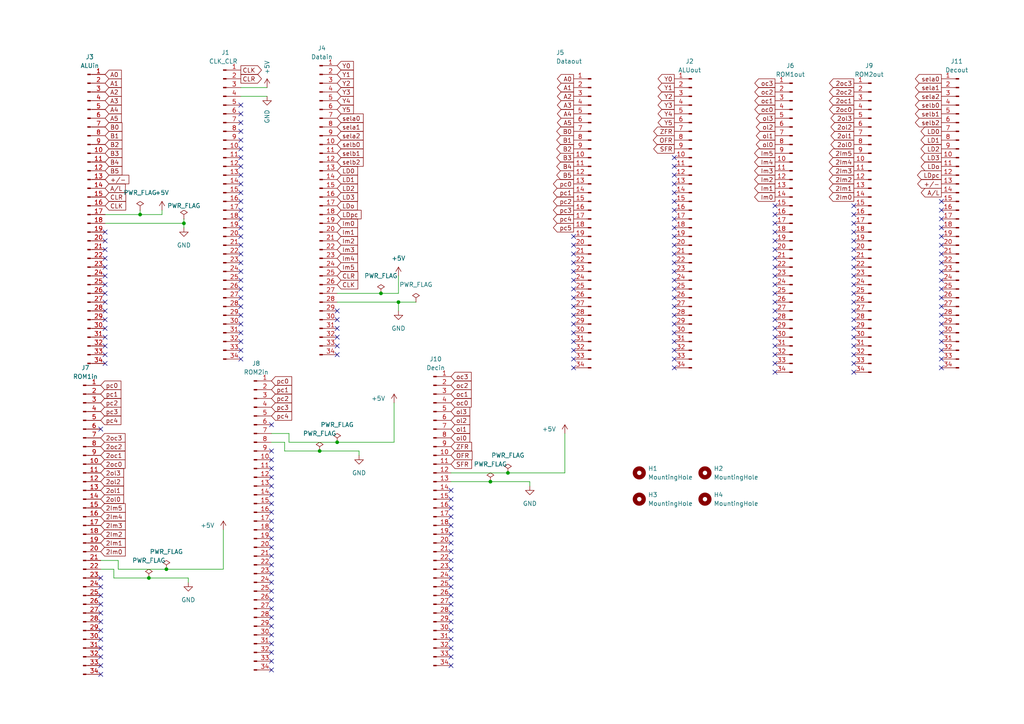
<source format=kicad_sch>
(kicad_sch (version 20230121) (generator eeschema)
  (paper "A4")
  (lib_symbols
    (symbol "Connector:Conn_01x34_Pin" (pin_names (offset 1.016) hide)
      (property "Reference" "J" (at 0 43.18 0))
      (property "Value" "Conn_01x34_Pin" (at 0 -45.72 0))
      (symbol "Conn_01x34_Pin_1_1"
        (polyline (pts (xy 1.27 -43.18) (xy 0.8636 -43.18)) (stroke (width 0.1524)))
        (polyline (pts (xy 1.27 -40.64) (xy 0.8636 -40.64)) (stroke (width 0.1524)))
        (polyline (pts (xy 1.27 -38.1) (xy 0.8636 -38.1)) (stroke (width 0.1524)))
        (polyline (pts (xy 1.27 -35.56) (xy 0.8636 -35.56)) (stroke (width 0.1524)))
        (polyline (pts (xy 1.27 -33.02) (xy 0.8636 -33.02)) (stroke (width 0.1524)))
        (polyline (pts (xy 1.27 -30.48) (xy 0.8636 -30.48)) (stroke (width 0.1524)))
        (polyline (pts (xy 1.27 -27.94) (xy 0.8636 -27.94)) (stroke (width 0.1524)))
        (polyline (pts (xy 1.27 -25.4) (xy 0.8636 -25.4)) (stroke (width 0.1524)))
        (polyline (pts (xy 1.27 -22.86) (xy 0.8636 -22.86)) (stroke (width 0.1524)))
        (polyline (pts (xy 1.27 -20.32) (xy 0.8636 -20.32)) (stroke (width 0.1524)))
        (polyline (pts (xy 1.27 -17.78) (xy 0.8636 -17.78)) (stroke (width 0.1524)))
        (polyline (pts (xy 1.27 -15.24) (xy 0.8636 -15.24)) (stroke (width 0.1524)))
        (polyline (pts (xy 1.27 -12.7) (xy 0.8636 -12.7)) (stroke (width 0.1524)))
        (polyline (pts (xy 1.27 -10.16) (xy 0.8636 -10.16)) (stroke (width 0.1524)))
        (polyline (pts (xy 1.27 -7.62) (xy 0.8636 -7.62)) (stroke (width 0.1524)))
        (polyline (pts (xy 1.27 -5.08) (xy 0.8636 -5.08)) (stroke (width 0.1524)))
        (polyline (pts (xy 1.27 -2.54) (xy 0.8636 -2.54)) (stroke (width 0.1524)))
        (polyline (pts (xy 1.27 0) (xy 0.8636 0)) (stroke (width 0.1524)))
        (polyline (pts (xy 1.27 2.54) (xy 0.8636 2.54)) (stroke (width 0.1524)))
        (polyline (pts (xy 1.27 5.08) (xy 0.8636 5.08)) (stroke (width 0.1524)))
        (polyline (pts (xy 1.27 7.62) (xy 0.8636 7.62)) (stroke (width 0.1524)))
        (polyline (pts (xy 1.27 10.16) (xy 0.8636 10.16)) (stroke (width 0.1524)))
        (polyline (pts (xy 1.27 12.7) (xy 0.8636 12.7)) (stroke (width 0.1524)))
        (polyline (pts (xy 1.27 15.24) (xy 0.8636 15.24)) (stroke (width 0.1524)))
        (polyline (pts (xy 1.27 17.78) (xy 0.8636 17.78)) (stroke (width 0.1524)))
        (polyline (pts (xy 1.27 20.32) (xy 0.8636 20.32)) (stroke (width 0.1524)))
        (polyline (pts (xy 1.27 22.86) (xy 0.8636 22.86)) (stroke (width 0.1524)))
        (polyline (pts (xy 1.27 25.4) (xy 0.8636 25.4)) (stroke (width 0.1524)))
        (polyline (pts (xy 1.27 27.94) (xy 0.8636 27.94)) (stroke (width 0.1524)))
        (polyline (pts (xy 1.27 30.48) (xy 0.8636 30.48)) (stroke (width 0.1524)))
        (polyline (pts (xy 1.27 33.02) (xy 0.8636 33.02)) (stroke (width 0.1524)))
        (polyline (pts (xy 1.27 35.56) (xy 0.8636 35.56)) (stroke (width 0.1524)))
        (polyline (pts (xy 1.27 38.1) (xy 0.8636 38.1)) (stroke (width 0.1524)))
        (polyline (pts (xy 1.27 40.64) (xy 0.8636 40.64)) (stroke (width 0.1524)))
        (rectangle (start 0.8636 -43.053) (end 0 -43.307) (stroke (width 0.1524)) (fill (type outline)))
        (rectangle (start 0.8636 -40.513) (end 0 -40.767) (stroke (width 0.1524)) (fill (type outline)))
        (rectangle (start 0.8636 -37.973) (end 0 -38.227) (stroke (width 0.1524)) (fill (type outline)))
        (rectangle (start 0.8636 -35.433) (end 0 -35.687) (stroke (width 0.1524)) (fill (type outline)))
        (rectangle (start 0.8636 -32.893) (end 0 -33.147) (stroke (width 0.1524)) (fill (type outline)))
        (rectangle (start 0.8636 -30.353) (end 0 -30.607) (stroke (width 0.1524)) (fill (type outline)))
        (rectangle (start 0.8636 -27.813) (end 0 -28.067) (stroke (width 0.1524)) (fill (type outline)))
        (rectangle (start 0.8636 -25.273) (end 0 -25.527) (stroke (width 0.1524)) (fill (type outline)))
        (rectangle (start 0.8636 -22.733) (end 0 -22.987) (stroke (width 0.1524)) (fill (type outline)))
        (rectangle (start 0.8636 -20.193) (end 0 -20.447) (stroke (width 0.1524)) (fill (type outline)))
        (rectangle (start 0.8636 -17.653) (end 0 -17.907) (stroke (width 0.1524)) (fill (type outline)))
        (rectangle (start 0.8636 -15.113) (end 0 -15.367) (stroke (width 0.1524)) (fill (type outline)))
        (rectangle (start 0.8636 -12.573) (end 0 -12.827) (stroke (width 0.1524)) (fill (type outline)))
        (rectangle (start 0.8636 -10.033) (end 0 -10.287) (stroke (width 0.1524)) (fill (type outline)))
        (rectangle (start 0.8636 -7.493) (end 0 -7.747) (stroke (width 0.1524)) (fill (type outline)))
        (rectangle (start 0.8636 -4.953) (end 0 -5.207) (stroke (width 0.1524)) (fill (type outline)))
        (rectangle (start 0.8636 -2.413) (end 0 -2.667) (stroke (width 0.1524)) (fill (type outline)))
        (rectangle (start 0.8636 0.127) (end 0 -0.127) (stroke (width 0.1524)) (fill (type outline)))
        (rectangle (start 0.8636 2.667) (end 0 2.413) (stroke (width 0.1524)) (fill (type outline)))
        (rectangle (start 0.8636 5.207) (end 0 4.953) (stroke (width 0.1524)) (fill (type outline)))
        (rectangle (start 0.8636 7.747) (end 0 7.493) (stroke (width 0.1524)) (fill (type outline)))
        (rectangle (start 0.8636 10.287) (end 0 10.033) (stroke (width 0.1524)) (fill (type outline)))
        (rectangle (start 0.8636 12.827) (end 0 12.573) (stroke (width 0.1524)) (fill (type outline)))
        (rectangle (start 0.8636 15.367) (end 0 15.113) (stroke (width 0.1524)) (fill (type outline)))
        (rectangle (start 0.8636 17.907) (end 0 17.653) (stroke (width 0.1524)) (fill (type outline)))
        (rectangle (start 0.8636 20.447) (end 0 20.193) (stroke (width 0.1524)) (fill (type outline)))
        (rectangle (start 0.8636 22.987) (end 0 22.733) (stroke (width 0.1524)) (fill (type outline)))
        (rectangle (start 0.8636 25.527) (end 0 25.273) (stroke (width 0.1524)) (fill (type outline)))
        (rectangle (start 0.8636 28.067) (end 0 27.813) (stroke (width 0.1524)) (fill (type outline)))
        (rectangle (start 0.8636 30.607) (end 0 30.353) (stroke (width 0.1524)) (fill (type outline)))
        (rectangle (start 0.8636 33.147) (end 0 32.893) (stroke (width 0.1524)) (fill (type outline)))
        (rectangle (start 0.8636 35.687) (end 0 35.433) (stroke (width 0.1524)) (fill (type outline)))
        (rectangle (start 0.8636 38.227) (end 0 37.973) (stroke (width 0.1524)) (fill (type outline)))
        (rectangle (start 0.8636 40.767) (end 0 40.513) (stroke (width 0.1524)) (fill (type outline)))
        (pin passive line (at 5.08 40.64 180) (length 3.81) (name "Pin_1") (number "1"))
        (pin passive line (at 5.08 17.78 180) (length 3.81) (name "Pin_10") (number "10"))
        (pin passive line (at 5.08 15.24 180) (length 3.81) (name "Pin_11") (number "11"))
        (pin passive line (at 5.08 12.7 180) (length 3.81) (name "Pin_12") (number "12"))
        (pin passive line (at 5.08 10.16 180) (length 3.81) (name "Pin_13") (number "13"))
        (pin passive line (at 5.08 7.62 180) (length 3.81) (name "Pin_14") (number "14"))
        (pin passive line (at 5.08 5.08 180) (length 3.81) (name "Pin_15") (number "15"))
        (pin passive line (at 5.08 2.54 180) (length 3.81) (name "Pin_16") (number "16"))
        (pin passive line (at 5.08 0 180) (length 3.81) (name "Pin_17") (number "17"))
        (pin passive line (at 5.08 -2.54 180) (length 3.81) (name "Pin_18") (number "18"))
        (pin passive line (at 5.08 -5.08 180) (length 3.81) (name "Pin_19") (number "19"))
        (pin passive line (at 5.08 38.1 180) (length 3.81) (name "Pin_2") (number "2"))
        (pin passive line (at 5.08 -7.62 180) (length 3.81) (name "Pin_20") (number "20"))
        (pin passive line (at 5.08 -10.16 180) (length 3.81) (name "Pin_21") (number "21"))
        (pin passive line (at 5.08 -12.7 180) (length 3.81) (name "Pin_22") (number "22"))
        (pin passive line (at 5.08 -15.24 180) (length 3.81) (name "Pin_23") (number "23"))
        (pin passive line (at 5.08 -17.78 180) (length 3.81) (name "Pin_24") (number "24"))
        (pin passive line (at 5.08 -20.32 180) (length 3.81) (name "Pin_25") (number "25"))
        (pin passive line (at 5.08 -22.86 180) (length 3.81) (name "Pin_26") (number "26"))
        (pin passive line (at 5.08 -25.4 180) (length 3.81) (name "Pin_27") (number "27"))
        (pin passive line (at 5.08 -27.94 180) (length 3.81) (name "Pin_28") (number "28"))
        (pin passive line (at 5.08 -30.48 180) (length 3.81) (name "Pin_29") (number "29"))
        (pin passive line (at 5.08 35.56 180) (length 3.81) (name "Pin_3") (number "3"))
        (pin passive line (at 5.08 -33.02 180) (length 3.81) (name "Pin_30") (number "30"))
        (pin passive line (at 5.08 -35.56 180) (length 3.81) (name "Pin_31") (number "31"))
        (pin passive line (at 5.08 -38.1 180) (length 3.81) (name "Pin_32") (number "32"))
        (pin passive line (at 5.08 -40.64 180) (length 3.81) (name "Pin_33") (number "33"))
        (pin passive line (at 5.08 -43.18 180) (length 3.81) (name "Pin_34") (number "34"))
        (pin passive line (at 5.08 33.02 180) (length 3.81) (name "Pin_4") (number "4"))
        (pin passive line (at 5.08 30.48 180) (length 3.81) (name "Pin_5") (number "5"))
        (pin passive line (at 5.08 27.94 180) (length 3.81) (name "Pin_6") (number "6"))
        (pin passive line (at 5.08 25.4 180) (length 3.81) (name "Pin_7") (number "7"))
        (pin passive line (at 5.08 22.86 180) (length 3.81) (name "Pin_8") (number "8"))
        (pin passive line (at 5.08 20.32 180) (length 3.81) (name "Pin_9") (number "9"))
      )
    )
    (symbol "Mechanical:MountingHole" (pin_names (offset 1.016))
      (property "Reference" "H" (at 0 5.08 0))
      (property "Value" "MountingHole" (at 0 3.175 0))
      (symbol "MountingHole_0_1"
        (circle (center 0 0) (radius 1.27) (stroke (width 1.27)))
      )
    )
    (symbol "power:+5V" (power) (pin_names (offset 0))
      (property "Value" "+5V" (at 0 3.556 0))
      (symbol "+5V_0_1"
        (polyline (pts (xy -0.762 1.27) (xy 0 2.54)))
        (polyline (pts (xy 0 0) (xy 0 2.54)))
        (polyline (pts (xy 0 2.54) (xy 0.762 1.27)))
      )
      (symbol "+5V_1_1"
        (pin power_in line (at 0 0 90) (length 0) hide (name "+5V") (number "1"))
      )
    )
    (symbol "power:GND" (power) (pin_names (offset 0))
      (property "Value" "GND" (at 0 -3.81 0))
      (symbol "GND_0_1"
        (polyline (pts (xy 0 0) (xy 0 -1.27) (xy 1.27 -1.27) (xy 0 -2.54) (xy -1.27 -1.27) (xy 0 -1.27)))
      )
      (symbol "GND_1_1"
        (pin power_in line (at 0 0 270) (length 0) hide (name "GND") (number "1"))
      )
    )
    (symbol "power:PWR_FLAG" (power) (pin_numbers hide) (pin_names (offset 0) hide)
      (property "Value" "PWR_FLAG" (at 0 3.81 0))
      (symbol "PWR_FLAG_0_0"
        (pin power_out line (at 0 0 90) (length 0) (name "pwr") (number "1"))
      )
      (symbol "PWR_FLAG_0_1"
        (polyline (pts (xy 0 0) (xy 0 1.27) (xy -1.016 1.905) (xy 0 2.54) (xy 1.016 1.905) (xy 0 1.27)))
      )
    )
  )
  (junction (at 147.32 137.16))
  (junction (at 40.64 62.23))
  (junction (at 92.71 130.81))
  (junction (at 110.49 85.09))
  (junction (at 115.57 87.63))
  (junction (at 97.79 128.27))
  (junction (at 48.26 165.1))
  (junction (at 142.24 139.7))
  (junction (at 53.34 64.77))
  (junction (at 43.18 167.64))
  (no_connect (at 30.48 90.17))
  (no_connect (at 69.85 45.72))
  (no_connect (at 30.48 92.71))
  (no_connect (at 130.81 149.86))
  (no_connect (at 247.65 69.85))
  (no_connect (at 195.58 106.68))
  (no_connect (at 195.58 68.58))
  (no_connect (at 29.21 175.26))
  (no_connect (at 130.81 180.34))
  (no_connect (at 130.81 185.42))
  (no_connect (at 273.05 91.44))
  (no_connect (at 130.81 142.24))
  (no_connect (at 69.85 99.06))
  (no_connect (at 29.21 180.34))
  (no_connect (at 247.65 82.55))
  (no_connect (at 130.81 157.48))
  (no_connect (at 130.81 160.02))
  (no_connect (at 29.21 185.42))
  (no_connect (at 29.21 182.88))
  (no_connect (at 69.85 35.56))
  (no_connect (at 195.58 76.2))
  (no_connect (at 247.65 100.33))
  (no_connect (at 195.58 104.14))
  (no_connect (at 69.85 86.36))
  (no_connect (at 30.48 97.79))
  (no_connect (at 78.74 140.97))
  (no_connect (at 166.37 81.28))
  (no_connect (at 195.58 50.8))
  (no_connect (at 130.81 187.96))
  (no_connect (at 273.05 104.14))
  (no_connect (at 224.79 102.87))
  (no_connect (at 69.85 81.28))
  (no_connect (at 273.05 71.12))
  (no_connect (at 195.58 101.6))
  (no_connect (at 273.05 99.06))
  (no_connect (at 166.37 78.74))
  (no_connect (at 97.79 102.87))
  (no_connect (at 247.65 80.01))
  (no_connect (at 195.58 60.96))
  (no_connect (at 195.58 66.04))
  (no_connect (at 273.05 68.58))
  (no_connect (at 78.74 151.13))
  (no_connect (at 78.74 156.21))
  (no_connect (at 273.05 106.68))
  (no_connect (at 195.58 48.26))
  (no_connect (at 224.79 82.55))
  (no_connect (at 195.58 45.72))
  (no_connect (at 273.05 101.6))
  (no_connect (at 69.85 38.1))
  (no_connect (at 29.21 167.64))
  (no_connect (at 97.79 95.25))
  (no_connect (at 224.79 80.01))
  (no_connect (at 130.81 144.78))
  (no_connect (at 273.05 66.04))
  (no_connect (at 195.58 96.52))
  (no_connect (at 224.79 92.71))
  (no_connect (at 78.74 186.69))
  (no_connect (at 30.48 77.47))
  (no_connect (at 247.65 92.71))
  (no_connect (at 69.85 78.74))
  (no_connect (at 30.48 69.85))
  (no_connect (at 97.79 90.17))
  (no_connect (at 166.37 101.6))
  (no_connect (at 273.05 96.52))
  (no_connect (at 29.21 187.96))
  (no_connect (at 224.79 69.85))
  (no_connect (at 195.58 83.82))
  (no_connect (at 247.65 64.77))
  (no_connect (at 30.48 105.41))
  (no_connect (at 130.81 147.32))
  (no_connect (at 166.37 93.98))
  (no_connect (at 69.85 71.12))
  (no_connect (at 69.85 33.02))
  (no_connect (at 69.85 53.34))
  (no_connect (at 69.85 101.6))
  (no_connect (at 195.58 63.5))
  (no_connect (at 130.81 167.64))
  (no_connect (at 247.65 97.79))
  (no_connect (at 224.79 67.31))
  (no_connect (at 130.81 162.56))
  (no_connect (at 130.81 172.72))
  (no_connect (at 273.05 63.5))
  (no_connect (at 224.79 85.09))
  (no_connect (at 97.79 100.33))
  (no_connect (at 166.37 106.68))
  (no_connect (at 78.74 171.45))
  (no_connect (at 166.37 99.06))
  (no_connect (at 130.81 170.18))
  (no_connect (at 130.81 193.04))
  (no_connect (at 97.79 97.79))
  (no_connect (at 273.05 88.9))
  (no_connect (at 195.58 58.42))
  (no_connect (at 78.74 176.53))
  (no_connect (at 166.37 68.58))
  (no_connect (at 247.65 67.31))
  (no_connect (at 273.05 76.2))
  (no_connect (at 224.79 62.23))
  (no_connect (at 247.65 87.63))
  (no_connect (at 247.65 105.41))
  (no_connect (at 30.48 72.39))
  (no_connect (at 69.85 91.44))
  (no_connect (at 166.37 104.14))
  (no_connect (at 69.85 43.18))
  (no_connect (at 69.85 104.14))
  (no_connect (at 30.48 85.09))
  (no_connect (at 78.74 161.29))
  (no_connect (at 195.58 93.98))
  (no_connect (at 29.21 124.46))
  (no_connect (at 224.79 74.93))
  (no_connect (at 130.81 190.5))
  (no_connect (at 69.85 76.2))
  (no_connect (at 166.37 71.12))
  (no_connect (at 224.79 59.69))
  (no_connect (at 224.79 105.41))
  (no_connect (at 78.74 179.07))
  (no_connect (at 224.79 107.95))
  (no_connect (at 69.85 63.5))
  (no_connect (at 78.74 123.19))
  (no_connect (at 78.74 153.67))
  (no_connect (at 30.48 87.63))
  (no_connect (at 224.79 87.63))
  (no_connect (at 78.74 189.23))
  (no_connect (at 273.05 83.82))
  (no_connect (at 130.81 175.26))
  (no_connect (at 69.85 40.64))
  (no_connect (at 224.79 95.25))
  (no_connect (at 195.58 88.9))
  (no_connect (at 30.48 80.01))
  (no_connect (at 78.74 163.83))
  (no_connect (at 166.37 91.44))
  (no_connect (at 69.85 58.42))
  (no_connect (at 195.58 71.12))
  (no_connect (at 78.74 173.99))
  (no_connect (at 69.85 96.52))
  (no_connect (at 224.79 100.33))
  (no_connect (at 30.48 102.87))
  (no_connect (at 166.37 83.82))
  (no_connect (at 273.05 60.96))
  (no_connect (at 247.65 85.09))
  (no_connect (at 166.37 86.36))
  (no_connect (at 224.79 90.17))
  (no_connect (at 78.74 148.59))
  (no_connect (at 69.85 55.88))
  (no_connect (at 69.85 73.66))
  (no_connect (at 69.85 50.8))
  (no_connect (at 69.85 66.04))
  (no_connect (at 247.65 90.17))
  (no_connect (at 195.58 73.66))
  (no_connect (at 195.58 55.88))
  (no_connect (at 69.85 88.9))
  (no_connect (at 78.74 158.75))
  (no_connect (at 247.65 107.95))
  (no_connect (at 247.65 72.39))
  (no_connect (at 273.05 78.74))
  (no_connect (at 195.58 81.28))
  (no_connect (at 195.58 53.34))
  (no_connect (at 30.48 74.93))
  (no_connect (at 78.74 168.91))
  (no_connect (at 29.21 190.5))
  (no_connect (at 78.74 133.35))
  (no_connect (at 78.74 194.31))
  (no_connect (at 247.65 77.47))
  (no_connect (at 166.37 96.52))
  (no_connect (at 130.81 165.1))
  (no_connect (at 29.21 195.58))
  (no_connect (at 29.21 177.8))
  (no_connect (at 78.74 166.37))
  (no_connect (at 273.05 86.36))
  (no_connect (at 78.74 191.77))
  (no_connect (at 69.85 30.48))
  (no_connect (at 247.65 74.93))
  (no_connect (at 69.85 60.96))
  (no_connect (at 78.74 130.81))
  (no_connect (at 78.74 135.89))
  (no_connect (at 29.21 170.18))
  (no_connect (at 30.48 95.25))
  (no_connect (at 69.85 93.98))
  (no_connect (at 273.05 73.66))
  (no_connect (at 195.58 78.74))
  (no_connect (at 273.05 93.98))
  (no_connect (at 224.79 97.79))
  (no_connect (at 224.79 64.77))
  (no_connect (at 130.81 177.8))
  (no_connect (at 130.81 152.4))
  (no_connect (at 195.58 91.44))
  (no_connect (at 166.37 76.2))
  (no_connect (at 224.79 72.39))
  (no_connect (at 69.85 83.82))
  (no_connect (at 30.48 67.31))
  (no_connect (at 195.58 99.06))
  (no_connect (at 30.48 82.55))
  (no_connect (at 166.37 73.66))
  (no_connect (at 78.74 138.43))
  (no_connect (at 97.79 92.71))
  (no_connect (at 30.48 100.33))
  (no_connect (at 78.74 184.15))
  (no_connect (at 273.05 81.28))
  (no_connect (at 130.81 182.88))
  (no_connect (at 78.74 143.51))
  (no_connect (at 273.05 58.42))
  (no_connect (at 29.21 172.72))
  (no_connect (at 29.21 193.04))
  (no_connect (at 78.74 146.05))
  (no_connect (at 247.65 102.87))
  (no_connect (at 224.79 77.47))
  (no_connect (at 247.65 95.25))
  (no_connect (at 166.37 88.9))
  (no_connect (at 130.81 154.94))
  (no_connect (at 69.85 68.58))
  (no_connect (at 78.74 181.61))
  (no_connect (at 195.58 86.36))
  (no_connect (at 247.65 59.69))
  (no_connect (at 247.65 62.23))
  (no_connect (at 69.85 48.26))
  (wire (pts (xy 163.83 125.73) (xy 163.83 137.16)))
  (wire (pts (xy 130.81 137.16) (xy 147.32 137.16)))
  (wire (pts (xy 97.79 87.63) (xy 115.57 87.63)))
  (wire (pts (xy 34.29 165.1) (xy 34.29 162.56)))
  (wire (pts (xy 30.48 64.77) (xy 53.34 64.77)))
  (wire (pts (xy 29.21 162.56) (xy 34.29 162.56)))
  (wire (pts (xy 104.14 130.81) (xy 104.14 132.08)))
  (wire (pts (xy 40.64 60.96) (xy 40.64 62.23)))
  (wire (pts (xy 46.99 62.23) (xy 46.99 60.96)))
  (wire (pts (xy 97.79 128.27) (xy 83.82 128.27)))
  (wire (pts (xy 53.34 64.77) (xy 53.34 66.04)))
  (wire (pts (xy 69.85 25.4) (xy 77.47 25.4)))
  (wire (pts (xy 115.57 87.63) (xy 120.65 87.63)))
  (wire (pts (xy 115.57 85.09) (xy 115.57 80.01)))
  (wire (pts (xy 33.02 165.1) (xy 33.02 167.64)))
  (wire (pts (xy 115.57 87.63) (xy 115.57 90.17)))
  (wire (pts (xy 43.18 167.64) (xy 54.61 167.64)))
  (wire (pts (xy 163.83 137.16) (xy 147.32 137.16)))
  (wire (pts (xy 92.71 130.81) (xy 104.14 130.81)))
  (wire (pts (xy 97.79 85.09) (xy 110.49 85.09)))
  (wire (pts (xy 53.34 63.5) (xy 53.34 64.77)))
  (wire (pts (xy 54.61 167.64) (xy 54.61 168.91)))
  (wire (pts (xy 110.49 85.09) (xy 115.57 85.09)))
  (wire (pts (xy 48.26 165.1) (xy 34.29 165.1)))
  (wire (pts (xy 142.24 139.7) (xy 153.67 139.7)))
  (wire (pts (xy 82.55 130.81) (xy 92.71 130.81)))
  (wire (pts (xy 114.3 128.27) (xy 97.79 128.27)))
  (wire (pts (xy 78.74 128.27) (xy 82.55 128.27)))
  (wire (pts (xy 82.55 128.27) (xy 82.55 130.81)))
  (wire (pts (xy 83.82 128.27) (xy 83.82 125.73)))
  (wire (pts (xy 33.02 167.64) (xy 43.18 167.64)))
  (wire (pts (xy 130.81 139.7) (xy 142.24 139.7)))
  (wire (pts (xy 30.48 62.23) (xy 40.64 62.23)))
  (wire (pts (xy 40.64 62.23) (xy 46.99 62.23)))
  (wire (pts (xy 64.77 165.1) (xy 48.26 165.1)))
  (wire (pts (xy 78.74 125.73) (xy 83.82 125.73)))
  (wire (pts (xy 29.21 165.1) (xy 33.02 165.1)))
  (wire (pts (xy 64.77 153.67) (xy 64.77 165.1)))
  (wire (pts (xy 114.3 116.84) (xy 114.3 128.27)))
  (wire (pts (xy 153.67 139.7) (xy 153.67 140.97)))
  (wire (pts (xy 69.85 27.94) (xy 77.47 27.94)))
  (global_label "Y4" (shape output) (at 195.58 33.02 180) (property "Intersheetrefs" "${INTERSHEET_REFS}" (effects hide)))
  (global_label "pc0" (shape input) (at 29.21 111.76 0) (property "Intersheetrefs" "${INTERSHEET_REFS}" (effects hide)))
  (global_label "B3" (shape input) (at 30.48 44.45 0) (property "Intersheetrefs" "${INTERSHEET_REFS}" (effects hide)))
  (global_label "ol3" (shape input) (at 130.81 119.38 0) (property "Intersheetrefs" "${INTERSHEET_REFS}" (effects hide)))
  (global_label "Y0" (shape input) (at 97.79 19.05 0) (property "Intersheetrefs" "${INTERSHEET_REFS}" (effects hide)))
  (global_label "pc4" (shape output) (at 166.37 63.5 180) (property "Intersheetrefs" "${INTERSHEET_REFS}" (effects hide)))
  (global_label "SFR" (shape output) (at 195.58 43.18 180) (property "Intersheetrefs" "${INTERSHEET_REFS}" (effects hide)))
  (global_label "ZFR" (shape input) (at 130.81 129.54 0) (property "Intersheetrefs" "${INTERSHEET_REFS}" (effects hide)))
  (global_label "A3" (shape input) (at 30.48 29.21 0) (property "Intersheetrefs" "${INTERSHEET_REFS}" (effects hide)))
  (global_label "oc3" (shape input) (at 130.81 109.22 0) (property "Intersheetrefs" "${INTERSHEET_REFS}" (effects hide)))
  (global_label "selb0" (shape input) (at 97.79 41.91 0) (property "Intersheetrefs" "${INTERSHEET_REFS}" (effects hide)))
  (global_label "selb1" (shape output) (at 273.05 33.02 180) (property "Intersheetrefs" "${INTERSHEET_REFS}" (effects hide)))
  (global_label "Im2" (shape output) (at 224.79 52.07 180) (property "Intersheetrefs" "${INTERSHEET_REFS}" (effects hide)))
  (global_label "Y2" (shape input) (at 97.79 24.13 0) (property "Intersheetrefs" "${INTERSHEET_REFS}" (effects hide)))
  (global_label "Im1" (shape input) (at 97.79 67.31 0) (property "Intersheetrefs" "${INTERSHEET_REFS}" (effects hide)))
  (global_label "SFR" (shape input) (at 130.81 134.62 0) (property "Intersheetrefs" "${INTERSHEET_REFS}" (effects hide)))
  (global_label "pc4" (shape input) (at 78.74 120.65 0) (property "Intersheetrefs" "${INTERSHEET_REFS}" (effects hide)))
  (global_label "selb2" (shape input) (at 97.79 46.99 0) (property "Intersheetrefs" "${INTERSHEET_REFS}" (effects hide)))
  (global_label "LD0" (shape input) (at 97.79 49.53 0) (property "Intersheetrefs" "${INTERSHEET_REFS}" (effects hide)))
  (global_label "selb2" (shape output) (at 273.05 35.56 180) (property "Intersheetrefs" "${INTERSHEET_REFS}" (effects hide)))
  (global_label "2oc0" (shape input) (at 29.21 134.62 0) (property "Intersheetrefs" "${INTERSHEET_REFS}" (effects hide)))
  (global_label "pc1" (shape input) (at 78.74 113.03 0) (property "Intersheetrefs" "${INTERSHEET_REFS}" (effects hide)))
  (global_label "OFR" (shape input) (at 130.81 132.08 0) (property "Intersheetrefs" "${INTERSHEET_REFS}" (effects hide)))
  (global_label "pc3" (shape input) (at 29.21 119.38 0) (property "Intersheetrefs" "${INTERSHEET_REFS}" (effects hide)))
  (global_label "2Im2" (shape output) (at 247.65 52.07 180) (property "Intersheetrefs" "${INTERSHEET_REFS}" (effects hide)))
  (global_label "ol1" (shape output) (at 224.79 39.37 180) (property "Intersheetrefs" "${INTERSHEET_REFS}" (effects hide)))
  (global_label "2Im4" (shape input) (at 29.21 149.86 0) (property "Intersheetrefs" "${INTERSHEET_REFS}" (effects hide)))
  (global_label "Y5" (shape output) (at 195.58 35.56 180) (property "Intersheetrefs" "${INTERSHEET_REFS}" (effects hide)))
  (global_label "Im5" (shape input) (at 97.79 77.47 0) (property "Intersheetrefs" "${INTERSHEET_REFS}" (effects hide)))
  (global_label "B1" (shape output) (at 166.37 40.64 180) (property "Intersheetrefs" "${INTERSHEET_REFS}" (effects hide)))
  (global_label "LD1" (shape input) (at 97.79 52.07 0) (property "Intersheetrefs" "${INTERSHEET_REFS}" (effects hide)))
  (global_label "CLR" (shape output) (at 69.85 22.86 0) (property "Intersheetrefs" "${INTERSHEET_REFS}" (effects hide)))
  (global_label "Y1" (shape output) (at 195.58 25.4 180) (property "Intersheetrefs" "${INTERSHEET_REFS}" (effects hide)))
  (global_label "2ol1" (shape input) (at 29.21 142.24 0) (property "Intersheetrefs" "${INTERSHEET_REFS}" (effects hide)))
  (global_label "B2" (shape input) (at 30.48 41.91 0) (property "Intersheetrefs" "${INTERSHEET_REFS}" (effects hide)))
  (global_label "B1" (shape input) (at 30.48 39.37 0) (property "Intersheetrefs" "${INTERSHEET_REFS}" (effects hide)))
  (global_label "CLK" (shape input) (at 97.79 82.55 0) (property "Intersheetrefs" "${INTERSHEET_REFS}" (effects hide)))
  (global_label "+{slash}-" (shape input) (at 30.48 52.07 0) (property "Intersheetrefs" "${INTERSHEET_REFS}" (effects hide)))
  (global_label "oc0" (shape output) (at 224.79 31.75 180) (property "Intersheetrefs" "${INTERSHEET_REFS}" (effects hide)))
  (global_label "LD2" (shape output) (at 273.05 43.18 180) (property "Intersheetrefs" "${INTERSHEET_REFS}" (effects hide)))
  (global_label "ol1" (shape input) (at 130.81 124.46 0) (property "Intersheetrefs" "${INTERSHEET_REFS}" (effects hide)))
  (global_label "2oc2" (shape output) (at 247.65 26.67 180) (property "Intersheetrefs" "${INTERSHEET_REFS}" (effects hide)))
  (global_label "Y1" (shape input) (at 97.79 21.59 0) (property "Intersheetrefs" "${INTERSHEET_REFS}" (effects hide)))
  (global_label "Y3" (shape output) (at 195.58 30.48 180) (property "Intersheetrefs" "${INTERSHEET_REFS}" (effects hide)))
  (global_label "pc3" (shape output) (at 166.37 60.96 180) (property "Intersheetrefs" "${INTERSHEET_REFS}" (effects hide)))
  (global_label "A{slash}L" (shape output) (at 273.05 55.88 180) (property "Intersheetrefs" "${INTERSHEET_REFS}" (effects hide)))
  (global_label "2Im3" (shape input) (at 29.21 152.4 0) (property "Intersheetrefs" "${INTERSHEET_REFS}" (effects hide)))
  (global_label "A4" (shape input) (at 30.48 31.75 0) (property "Intersheetrefs" "${INTERSHEET_REFS}" (effects hide)))
  (global_label "2Im0" (shape output) (at 247.65 57.15 180) (property "Intersheetrefs" "${INTERSHEET_REFS}" (effects hide)))
  (global_label "pc1" (shape output) (at 166.37 55.88 180) (property "Intersheetrefs" "${INTERSHEET_REFS}" (effects hide)))
  (global_label "B3" (shape output) (at 166.37 45.72 180) (property "Intersheetrefs" "${INTERSHEET_REFS}" (effects hide)))
  (global_label "2Im3" (shape output) (at 247.65 49.53 180) (property "Intersheetrefs" "${INTERSHEET_REFS}" (effects hide)))
  (global_label "oc2" (shape output) (at 224.79 26.67 180) (property "Intersheetrefs" "${INTERSHEET_REFS}" (effects hide)))
  (global_label "selb0" (shape output) (at 273.05 30.48 180) (property "Intersheetrefs" "${INTERSHEET_REFS}" (effects hide)))
  (global_label "OFR" (shape output) (at 195.58 40.64 180) (property "Intersheetrefs" "${INTERSHEET_REFS}" (effects hide)))
  (global_label "Y0" (shape output) (at 195.58 22.86 180) (property "Intersheetrefs" "${INTERSHEET_REFS}" (effects hide)))
  (global_label "A{slash}L" (shape input) (at 30.48 54.61 0) (property "Intersheetrefs" "${INTERSHEET_REFS}" (effects hide)))
  (global_label "CLK" (shape input) (at 30.48 59.69 0) (property "Intersheetrefs" "${INTERSHEET_REFS}" (effects hide)))
  (global_label "2oc3" (shape output) (at 247.65 24.13 180) (property "Intersheetrefs" "${INTERSHEET_REFS}" (effects hide)))
  (global_label "CLK" (shape output) (at 69.85 20.32 0) (property "Intersheetrefs" "${INTERSHEET_REFS}" (effects hide)))
  (global_label "A0" (shape input) (at 30.48 21.59 0) (property "Intersheetrefs" "${INTERSHEET_REFS}" (effects hide)))
  (global_label "CLR" (shape input) (at 97.79 80.01 0) (property "Intersheetrefs" "${INTERSHEET_REFS}" (effects hide)))
  (global_label "sela1" (shape output) (at 273.05 25.4 180) (property "Intersheetrefs" "${INTERSHEET_REFS}" (effects hide)))
  (global_label "LDo" (shape output) (at 273.05 48.26 180) (property "Intersheetrefs" "${INTERSHEET_REFS}" (effects hide)))
  (global_label "pc2" (shape output) (at 166.37 58.42 180) (property "Intersheetrefs" "${INTERSHEET_REFS}" (effects hide)))
  (global_label "2oc1" (shape input) (at 29.21 132.08 0) (property "Intersheetrefs" "${INTERSHEET_REFS}" (effects hide)))
  (global_label "LD3" (shape input) (at 97.79 57.15 0) (property "Intersheetrefs" "${INTERSHEET_REFS}" (effects hide)))
  (global_label "Y5" (shape input) (at 97.79 31.75 0) (property "Intersheetrefs" "${INTERSHEET_REFS}" (effects hide)))
  (global_label "2Im2" (shape input) (at 29.21 154.94 0) (property "Intersheetrefs" "${INTERSHEET_REFS}" (effects hide)))
  (global_label "LDpc" (shape input) (at 97.79 62.23 0) (property "Intersheetrefs" "${INTERSHEET_REFS}" (effects hide)))
  (global_label "Im4" (shape input) (at 97.79 74.93 0) (property "Intersheetrefs" "${INTERSHEET_REFS}" (effects hide)))
  (global_label "Im1" (shape output) (at 224.79 54.61 180) (property "Intersheetrefs" "${INTERSHEET_REFS}" (effects hide)))
  (global_label "A5" (shape input) (at 30.48 34.29 0) (property "Intersheetrefs" "${INTERSHEET_REFS}" (effects hide)))
  (global_label "Im5" (shape output) (at 224.79 44.45 180) (property "Intersheetrefs" "${INTERSHEET_REFS}" (effects hide)))
  (global_label "2Im1" (shape input) (at 29.21 157.48 0) (property "Intersheetrefs" "${INTERSHEET_REFS}" (effects hide)))
  (global_label "oc3" (shape output) (at 224.79 24.13 180) (property "Intersheetrefs" "${INTERSHEET_REFS}" (effects hide)))
  (global_label "LD1" (shape output) (at 273.05 40.64 180) (property "Intersheetrefs" "${INTERSHEET_REFS}" (effects hide)))
  (global_label "LD2" (shape input) (at 97.79 54.61 0) (property "Intersheetrefs" "${INTERSHEET_REFS}" (effects hide)))
  (global_label "B2" (shape output) (at 166.37 43.18 180) (property "Intersheetrefs" "${INTERSHEET_REFS}" (effects hide)))
  (global_label "2ol0" (shape output) (at 247.65 41.91 180) (property "Intersheetrefs" "${INTERSHEET_REFS}" (effects hide)))
  (global_label "2ol0" (shape input) (at 29.21 144.78 0) (property "Intersheetrefs" "${INTERSHEET_REFS}" (effects hide)))
  (global_label "LDpc" (shape output) (at 273.05 50.8 180) (property "Intersheetrefs" "${INTERSHEET_REFS}" (effects hide)))
  (global_label "Y3" (shape input) (at 97.79 26.67 0) (property "Intersheetrefs" "${INTERSHEET_REFS}" (effects hide)))
  (global_label "2ol2" (shape input) (at 29.21 139.7 0) (property "Intersheetrefs" "${INTERSHEET_REFS}" (effects hide)))
  (global_label "2ol3" (shape input) (at 29.21 137.16 0) (property "Intersheetrefs" "${INTERSHEET_REFS}" (effects hide)))
  (global_label "B4" (shape output) (at 166.37 48.26 180) (property "Intersheetrefs" "${INTERSHEET_REFS}" (effects hide)))
  (global_label "pc5" (shape output) (at 166.37 66.04 180) (property "Intersheetrefs" "${INTERSHEET_REFS}" (effects hide)))
  (global_label "2Im0" (shape input) (at 29.21 160.02 0) (property "Intersheetrefs" "${INTERSHEET_REFS}" (effects hide)))
  (global_label "ol3" (shape output) (at 224.79 34.29 180) (property "Intersheetrefs" "${INTERSHEET_REFS}" (effects hide)))
  (global_label "2oc0" (shape output) (at 247.65 31.75 180) (property "Intersheetrefs" "${INTERSHEET_REFS}" (effects hide)))
  (global_label "Im2" (shape input) (at 97.79 69.85 0) (property "Intersheetrefs" "${INTERSHEET_REFS}" (effects hide)))
  (global_label "sela2" (shape input) (at 97.79 39.37 0) (property "Intersheetrefs" "${INTERSHEET_REFS}" (effects hide)))
  (global_label "oc1" (shape input) (at 130.81 114.3 0) (property "Intersheetrefs" "${INTERSHEET_REFS}" (effects hide)))
  (global_label "oc0" (shape input) (at 130.81 116.84 0) (property "Intersheetrefs" "${INTERSHEET_REFS}" (effects hide)))
  (global_label "A3" (shape output) (at 166.37 30.48 180) (property "Intersheetrefs" "${INTERSHEET_REFS}" (effects hide)))
  (global_label "B0" (shape output) (at 166.37 38.1 180) (property "Intersheetrefs" "${INTERSHEET_REFS}" (effects hide)))
  (global_label "sela2" (shape output) (at 273.05 27.94 180) (property "Intersheetrefs" "${INTERSHEET_REFS}" (effects hide)))
  (global_label "Y4" (shape input) (at 97.79 29.21 0) (property "Intersheetrefs" "${INTERSHEET_REFS}" (effects hide)))
  (global_label "A2" (shape output) (at 166.37 27.94 180) (property "Intersheetrefs" "${INTERSHEET_REFS}" (effects hide)))
  (global_label "sela0" (shape input) (at 97.79 34.29 0) (property "Intersheetrefs" "${INTERSHEET_REFS}" (effects hide)))
  (global_label "Y2" (shape output) (at 195.58 27.94 180) (property "Intersheetrefs" "${INTERSHEET_REFS}" (effects hide)))
  (global_label "A5" (shape output) (at 166.37 35.56 180) (property "Intersheetrefs" "${INTERSHEET_REFS}" (effects hide)))
  (global_label "B5" (shape output) (at 166.37 50.8 180) (property "Intersheetrefs" "${INTERSHEET_REFS}" (effects hide)))
  (global_label "LD3" (shape output) (at 273.05 45.72 180) (property "Intersheetrefs" "${INTERSHEET_REFS}" (effects hide)))
  (global_label "2ol1" (shape output) (at 247.65 39.37 180) (property "Intersheetrefs" "${INTERSHEET_REFS}" (effects hide)))
  (global_label "2ol2" (shape output) (at 247.65 36.83 180) (property "Intersheetrefs" "${INTERSHEET_REFS}" (effects hide)))
  (global_label "ol0" (shape output) (at 224.79 41.91 180) (property "Intersheetrefs" "${INTERSHEET_REFS}" (effects hide)))
  (global_label "A0" (shape output) (at 166.37 22.86 180) (property "Intersheetrefs" "${INTERSHEET_REFS}" (effects hide)))
  (global_label "2oc2" (shape input) (at 29.21 129.54 0) (property "Intersheetrefs" "${INTERSHEET_REFS}" (effects hide)))
  (global_label "B0" (shape input) (at 30.48 36.83 0) (property "Intersheetrefs" "${INTERSHEET_REFS}" (effects hide)))
  (global_label "LDo" (shape input) (at 97.79 59.69 0) (property "Intersheetrefs" "${INTERSHEET_REFS}" (effects hide)))
  (global_label "Im3" (shape output) (at 224.79 49.53 180) (property "Intersheetrefs" "${INTERSHEET_REFS}" (effects hide)))
  (global_label "Im0" (shape input) (at 97.79 64.77 0) (property "Intersheetrefs" "${INTERSHEET_REFS}" (effects hide)))
  (global_label "ol2" (shape output) (at 224.79 36.83 180) (property "Intersheetrefs" "${INTERSHEET_REFS}" (effects hide)))
  (global_label "2Im1" (shape output) (at 247.65 54.61 180) (property "Intersheetrefs" "${INTERSHEET_REFS}" (effects hide)))
  (global_label "sela0" (shape output) (at 273.05 22.86 180) (property "Intersheetrefs" "${INTERSHEET_REFS}" (effects hide)))
  (global_label "B5" (shape input) (at 30.48 49.53 0) (property "Intersheetrefs" "${INTERSHEET_REFS}" (effects hide)))
  (global_label "A1" (shape output) (at 166.37 25.4 180) (property "Intersheetrefs" "${INTERSHEET_REFS}" (effects hide)))
  (global_label "ol2" (shape input) (at 130.81 121.92 0) (property "Intersheetrefs" "${INTERSHEET_REFS}" (effects hide)))
  (global_label "2oc3" (shape input) (at 29.21 127 0) (property "Intersheetrefs" "${INTERSHEET_REFS}" (effects hide)))
  (global_label "LD0" (shape output) (at 273.05 38.1 180) (property "Intersheetrefs" "${INTERSHEET_REFS}" (effects hide)))
  (global_label "2oc1" (shape output) (at 247.65 29.21 180) (property "Intersheetrefs" "${INTERSHEET_REFS}" (effects hide)))
  (global_label "2Im5" (shape input) (at 29.21 147.32 0) (property "Intersheetrefs" "${INTERSHEET_REFS}" (effects hide)))
  (global_label "pc2" (shape input) (at 78.74 115.57 0) (property "Intersheetrefs" "${INTERSHEET_REFS}" (effects hide)))
  (global_label "pc3" (shape input) (at 78.74 118.11 0) (property "Intersheetrefs" "${INTERSHEET_REFS}" (effects hide)))
  (global_label "Im0" (shape output) (at 224.79 57.15 180) (property "Intersheetrefs" "${INTERSHEET_REFS}" (effects hide)))
  (global_label "pc1" (shape input) (at 29.21 114.3 0) (property "Intersheetrefs" "${INTERSHEET_REFS}" (effects hide)))
  (global_label "pc2" (shape input) (at 29.21 116.84 0) (property "Intersheetrefs" "${INTERSHEET_REFS}" (effects hide)))
  (global_label "ZFR" (shape output) (at 195.58 38.1 180) (property "Intersheetrefs" "${INTERSHEET_REFS}" (effects hide)))
  (global_label "A4" (shape output) (at 166.37 33.02 180) (property "Intersheetrefs" "${INTERSHEET_REFS}" (effects hide)))
  (global_label "ol0" (shape input) (at 130.81 127 0) (property "Intersheetrefs" "${INTERSHEET_REFS}" (effects hide)))
  (global_label "pc0" (shape output) (at 166.37 53.34 180) (property "Intersheetrefs" "${INTERSHEET_REFS}" (effects hide)))
  (global_label "2Im4" (shape output) (at 247.65 46.99 180) (property "Intersheetrefs" "${INTERSHEET_REFS}" (effects hide)))
  (global_label "CLR" (shape input) (at 30.48 57.15 0) (property "Intersheetrefs" "${INTERSHEET_REFS}" (effects hide)))
  (global_label "A2" (shape input) (at 30.48 26.67 0) (property "Intersheetrefs" "${INTERSHEET_REFS}" (effects hide)))
  (global_label "Im3" (shape input) (at 97.79 72.39 0) (property "Intersheetrefs" "${INTERSHEET_REFS}" (effects hide)))
  (global_label "A1" (shape input) (at 30.48 24.13 0) (property "Intersheetrefs" "${INTERSHEET_REFS}" (effects hide)))
  (global_label "pc0" (shape input) (at 78.74 110.49 0) (property "Intersheetrefs" "${INTERSHEET_REFS}" (effects hide)))
  (global_label "Im4" (shape output) (at 224.79 46.99 180) (property "Intersheetrefs" "${INTERSHEET_REFS}" (effects hide)))
  (global_label "2Im5" (shape output) (at 247.65 44.45 180) (property "Intersheetrefs" "${INTERSHEET_REFS}" (effects hide)))
  (global_label "pc4" (shape input) (at 29.21 121.92 0) (property "Intersheetrefs" "${INTERSHEET_REFS}" (effects hide)))
  (global_label "selb1" (shape input) (at 97.79 44.45 0) (property "Intersheetrefs" "${INTERSHEET_REFS}" (effects hide)))
  (global_label "sela1" (shape input) (at 97.79 36.83 0) (property "Intersheetrefs" "${INTERSHEET_REFS}" (effects hide)))
  (global_label "+{slash}-" (shape output) (at 273.05 53.34 180) (property "Intersheetrefs" "${INTERSHEET_REFS}" (effects hide)))
  (global_label "oc1" (shape output) (at 224.79 29.21 180) (property "Intersheetrefs" "${INTERSHEET_REFS}" (effects hide)))
  (global_label "B4" (shape input) (at 30.48 46.99 0) (property "Intersheetrefs" "${INTERSHEET_REFS}" (effects hide)))
  (global_label "oc2" (shape input) (at 130.81 111.76 0) (property "Intersheetrefs" "${INTERSHEET_REFS}" (effects hide)))
  (global_label "2ol3" (shape output) (at 247.65 34.29 180) (property "Intersheetrefs" "${INTERSHEET_REFS}" (effects hide)))
  (symbol (lib_id "power:PWR_FLAG") (at 53.34 63.5 0) (unit 1)
    (property "Reference" "#FLG02" (effects hide))
    (property "Value" "PWR_FLAG" (at 53.34 59.69 0))
  )
  (symbol (lib_id "Mechanical:MountingHole") (at 204.47 144.78 0) (unit 1)
    (property "Reference" "H4" (at 207.01 143.51 0) (effects (justify left)))
    (property "Value" "MountingHole" (at 207.01 146.05 0) (effects (justify left)))
    (property "Footprint" "MountingHole:MountingHole_3.2mm_M3" (effects hide))
  )
  (symbol (lib_id "Connector:Conn_01x34_Pin") (at 73.66 151.13 0) (unit 1)
    (property "Reference" "J8" (at 74.295 105.41 0))
    (property "Value" "ROM2in" (at 74.295 107.95 0))
    (property "Footprint" "Connector_PinHeader_2.54mm:PinHeader_2x17_P2.54mm_Vertical" (effects hide))
  )
  (symbol (lib_id "Mechanical:MountingHole") (at 204.47 137.16 0) (unit 1)
    (property "Reference" "H2" (at 207.01 135.89 0) (effects (justify left)))
    (property "Value" "MountingHole" (at 207.01 138.43 0) (effects (justify left)))
    (property "Footprint" "MountingHole:MountingHole_3.2mm_M3" (effects hide))
  )
  (symbol (lib_id "power:+5V") (at 114.3 116.84 0) (unit 1)
    (property "Reference" "#PWR010" (effects hide))
    (property "Value" "+5V" (at 111.76 115.57 0) (effects (justify right)))
  )
  (symbol (lib_id "power:GND") (at 153.67 140.97 0) (mirror y) (unit 1)
    (property "Reference" "#PWR011" (effects hide))
    (property "Value" "GND" (at 153.67 146.05 0))
  )
  (symbol (lib_id "power:PWR_FLAG") (at 48.26 165.1 0) (unit 1)
    (property "Reference" "#FLG06" (effects hide))
    (property "Value" "PWR_FLAG" (at 48.26 160.02 0))
  )
  (symbol (lib_id "power:GND") (at 53.34 66.04 0) (unit 1)
    (property "Reference" "#PWR04" (effects hide))
    (property "Value" "GND" (at 53.34 71.12 0))
  )
  (symbol (lib_id "Mechanical:MountingHole") (at 185.42 144.78 0) (unit 1)
    (property "Reference" "H3" (at 187.96 143.51 0) (effects (justify left)))
    (property "Value" "MountingHole" (at 187.96 146.05 0) (effects (justify left)))
    (property "Footprint" "MountingHole:MountingHole_3.2mm_M3" (effects hide))
  )
  (symbol (lib_id "power:PWR_FLAG") (at 142.24 139.7 0) (unit 1)
    (property "Reference" "#FLG09" (effects hide))
    (property "Value" "PWR_FLAG" (at 142.24 134.62 0))
  )
  (symbol (lib_id "power:PWR_FLAG") (at 147.32 137.16 0) (unit 1)
    (property "Reference" "#FLG010" (effects hide))
    (property "Value" "PWR_FLAG" (at 147.32 132.08 0))
  )
  (symbol (lib_id "power:GND") (at 54.61 168.91 0) (mirror y) (unit 1)
    (property "Reference" "#PWR07" (effects hide))
    (property "Value" "GND" (at 54.61 173.99 0))
  )
  (symbol (lib_id "Connector:Conn_01x34_Pin") (at 200.66 63.5 0) (mirror y) (unit 1)
    (property "Reference" "J2" (at 200.025 17.78 0))
    (property "Value" "ALUout" (at 200.025 20.32 0))
    (property "Footprint" "Connector_PinHeader_2.54mm:PinHeader_2x17_P2.54mm_Vertical" (effects hide))
  )
  (symbol (lib_id "power:GND") (at 115.57 90.17 0) (unit 1)
    (property "Reference" "#PWR06" (effects hide))
    (property "Value" "GND" (at 115.57 95.25 0))
  )
  (symbol (lib_id "power:PWR_FLAG") (at 110.49 85.09 0) (unit 1)
    (property "Reference" "#FLG03" (effects hide))
    (property "Value" "PWR_FLAG" (at 110.49 80.01 0))
  )
  (symbol (lib_id "power:PWR_FLAG") (at 92.71 130.81 0) (unit 1)
    (property "Reference" "#FLG07" (effects hide))
    (property "Value" "PWR_FLAG" (at 92.71 125.73 0))
  )
  (symbol (lib_id "Connector:Conn_01x34_Pin") (at 171.45 63.5 0) (mirror y) (unit 1)
    (property "Reference" "J5" (at 161.29 15.24 0) (effects (justify right)))
    (property "Value" "Dataout" (at 161.29 17.78 0) (effects (justify right)))
    (property "Footprint" "Connector_PinHeader_2.54mm:PinHeader_2x17_P2.54mm_Vertical" (effects hide))
  )
  (symbol (lib_id "power:+5V") (at 77.47 25.4 0) (unit 1)
    (property "Reference" "#PWR01" (effects hide))
    (property "Value" "+5V" (at 77.47 21.59 90) (effects (justify left)))
  )
  (symbol (lib_id "power:PWR_FLAG") (at 40.64 60.96 0) (unit 1)
    (property "Reference" "#FLG01" (effects hide))
    (property "Value" "PWR_FLAG" (at 40.64 55.88 0))
  )
  (symbol (lib_id "Connector:Conn_01x34_Pin") (at 229.87 64.77 0) (mirror y) (unit 1)
    (property "Reference" "J6" (at 229.235 19.05 0))
    (property "Value" "ROM1out" (at 229.235 21.59 0))
    (property "Footprint" "Connector_PinHeader_2.54mm:PinHeader_2x17_P2.54mm_Vertical" (effects hide))
  )
  (symbol (lib_id "Connector:Conn_01x34_Pin") (at 25.4 62.23 0) (unit 1)
    (property "Reference" "J3" (at 26.035 16.51 0))
    (property "Value" "ALUin" (at 26.035 19.05 0))
    (property "Footprint" "Connector_PinHeader_2.54mm:PinHeader_2x17_P2.54mm_Vertical" (effects hide))
  )
  (symbol (lib_id "Connector:Conn_01x34_Pin") (at 125.73 149.86 0) (unit 1)
    (property "Reference" "J10" (at 126.365 104.14 0))
    (property "Value" "Decin" (at 126.365 106.68 0))
    (property "Footprint" "Connector_PinHeader_2.54mm:PinHeader_2x17_P2.54mm_Vertical" (effects hide))
  )
  (symbol (lib_id "power:+5V") (at 115.57 80.01 0) (unit 1)
    (property "Reference" "#PWR05" (effects hide))
    (property "Value" "+5V" (at 115.57 74.93 0))
  )
  (symbol (lib_id "power:PWR_FLAG") (at 43.18 167.64 0) (unit 1)
    (property "Reference" "#FLG05" (effects hide))
    (property "Value" "PWR_FLAG" (at 43.18 162.56 0))
  )
  (symbol (lib_id "power:+5V") (at 46.99 60.96 0) (unit 1)
    (property "Reference" "#PWR03" (effects hide))
    (property "Value" "+5V" (at 46.99 55.88 0))
  )
  (symbol (lib_id "power:+5V") (at 64.77 153.67 0) (unit 1)
    (property "Reference" "#PWR08" (effects hide))
    (property "Value" "+5V" (at 62.23 152.4 0) (effects (justify right)))
  )
  (symbol (lib_id "Connector:Conn_01x34_Pin") (at 278.13 63.5 0) (mirror y) (unit 1)
    (property "Reference" "J11" (at 277.495 17.78 0))
    (property "Value" "Decout" (at 277.495 20.32 0))
    (property "Footprint" "Connector_PinHeader_2.54mm:PinHeader_2x17_P2.54mm_Vertical" (effects hide))
  )
  (symbol (lib_id "Mechanical:MountingHole") (at 185.42 137.16 0) (unit 1)
    (property "Reference" "H1" (at 187.96 135.89 0) (effects (justify left)))
    (property "Value" "MountingHole" (at 187.96 138.43 0) (effects (justify left)))
    (property "Footprint" "MountingHole:MountingHole_3.2mm_M3" (effects hide))
  )
  (symbol (lib_id "power:GND") (at 104.14 132.08 0) (mirror y) (unit 1)
    (property "Reference" "#PWR09" (effects hide))
    (property "Value" "GND" (at 104.14 137.16 0))
  )
  (symbol (lib_id "power:PWR_FLAG") (at 120.65 87.63 0) (unit 1)
    (property "Reference" "#FLG04" (effects hide))
    (property "Value" "PWR_FLAG" (at 120.65 82.55 0))
  )
  (symbol (lib_id "Connector:Conn_01x34_Pin") (at 92.71 59.69 0) (unit 1)
    (property "Reference" "J4" (at 93.345 13.97 0))
    (property "Value" "Datain" (at 93.345 16.51 0))
    (property "Footprint" "Connector_PinHeader_2.54mm:PinHeader_2x17_P2.54mm_Vertical" (effects hide))
  )
  (symbol (lib_id "power:GND") (at 77.47 27.94 0) (unit 1)
    (property "Reference" "#PWR02" (effects hide))
    (property "Value" "GND" (at 77.47 31.75 90) (effects (justify right)))
  )
  (symbol (lib_id "power:+5V") (at 163.83 125.73 0) (unit 1)
    (property "Reference" "#PWR012" (effects hide))
    (property "Value" "+5V" (at 161.29 124.46 0) (effects (justify right)))
  )
  (symbol (lib_id "Connector:Conn_01x34_Pin") (at 24.13 152.4 0) (unit 1)
    (property "Reference" "J7" (at 24.765 106.68 0))
    (property "Value" "ROM1in" (at 24.765 109.22 0))
    (property "Footprint" "Connector_PinHeader_2.54mm:PinHeader_2x17_P2.54mm_Vertical" (effects hide))
  )
  (symbol (lib_id "Connector:Conn_01x34_Pin") (at 252.73 64.77 0) (mirror y) (unit 1)
    (property "Reference" "J9" (at 252.095 19.05 0))
    (property "Value" "ROM2out" (at 252.095 21.59 0))
    (property "Footprint" "Connector_PinHeader_2.54mm:PinHeader_2x17_P2.54mm_Vertical" (effects hide))
  )
  (symbol (lib_id "power:PWR_FLAG") (at 97.79 128.27 0) (unit 1)
    (property "Reference" "#FLG08" (effects hide))
    (property "Value" "PWR_FLAG" (at 97.79 123.19 0))
  )
  (symbol (lib_id "Connector:Conn_01x34_Pin") (at 64.77 60.96 0) (unit 1)
    (property "Reference" "J1" (at 65.405 15.24 0))
    (property "Value" "CLK_CLR" (at 64.77 17.78 0))
    (property "Footprint" "Connector_PinHeader_2.54mm:PinHeader_2x17_P2.54mm_Vertical" (effects hide))
  )
)
</source>
